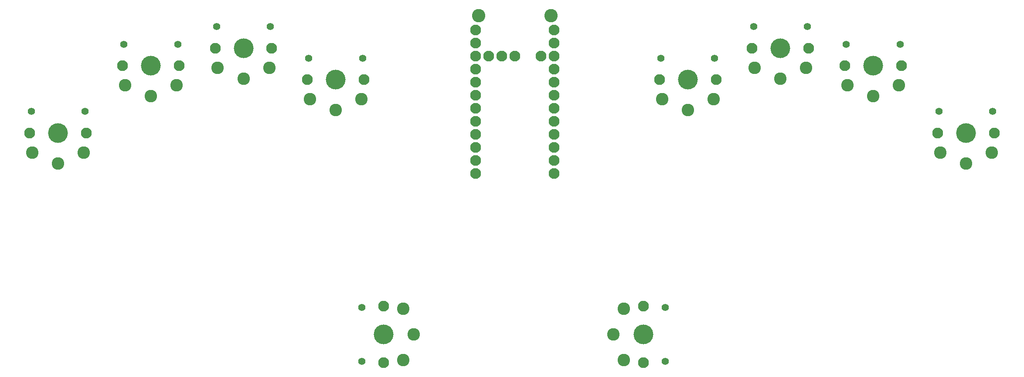
<source format=gts>
G04 #@! TF.GenerationSoftware,KiCad,Pcbnew,5.1.6*
G04 #@! TF.CreationDate,2020-09-08T14:16:16+01:00*
G04 #@! TF.ProjectId,noip,6e6f6970-2e6b-4696-9361-645f70636258,.1*
G04 #@! TF.SameCoordinates,Original*
G04 #@! TF.FileFunction,Soldermask,Top*
G04 #@! TF.FilePolarity,Negative*
%FSLAX46Y46*%
G04 Gerber Fmt 4.6, Leading zero omitted, Abs format (unit mm)*
G04 Created by KiCad (PCBNEW 5.1.6) date 2020-09-08 14:16:16*
%MOMM*%
%LPD*%
G01*
G04 APERTURE LIST*
%ADD10C,2.100000*%
%ADD11C,2.600000*%
%ADD12C,2.101800*%
%ADD13C,1.390600*%
%ADD14C,2.432000*%
%ADD15C,3.829000*%
G04 APERTURE END LIST*
D10*
X157015000Y-45150000D03*
X141800000Y-47690000D03*
D11*
X156405000Y-42325200D03*
X142409600Y-42325200D03*
D10*
X141800000Y-45150000D03*
X144340000Y-50230000D03*
X141800000Y-50230000D03*
X141800000Y-52770000D03*
X141800000Y-55310000D03*
X141800000Y-57850000D03*
X146880000Y-50230000D03*
X149420000Y-50230000D03*
X141800000Y-60390000D03*
X141800000Y-62930000D03*
X141800000Y-65470000D03*
X141800000Y-68010000D03*
X141800000Y-70550000D03*
X141800000Y-73090000D03*
X157015000Y-47690000D03*
X157015000Y-50230000D03*
X157015000Y-55310000D03*
X154475000Y-50230000D03*
X157015000Y-52770000D03*
X157015000Y-57850000D03*
X157015000Y-60390000D03*
X157015000Y-62930000D03*
X157015000Y-68010000D03*
X157015000Y-70550000D03*
X157015000Y-65470000D03*
X157015000Y-73090000D03*
D12*
X123900000Y-98900000D03*
X123900000Y-109900000D03*
D13*
X119700000Y-109620000D03*
D14*
X129800000Y-104400000D03*
X127700000Y-99400000D03*
D15*
X123900000Y-104400000D03*
D14*
X127700000Y-109400000D03*
D13*
X119700000Y-99180000D03*
X178600000Y-109620000D03*
D14*
X170600000Y-99400000D03*
D15*
X174400000Y-104400000D03*
D14*
X170600000Y-109400000D03*
X168500000Y-104400000D03*
D13*
X178600000Y-99180000D03*
D12*
X174400000Y-98900000D03*
X174400000Y-109900000D03*
X231500000Y-65200000D03*
X242500000Y-65200000D03*
D13*
X242220000Y-61000000D03*
D14*
X237000000Y-71100000D03*
X232000000Y-69000000D03*
D15*
X237000000Y-65200000D03*
D14*
X242000000Y-69000000D03*
D13*
X231780000Y-61000000D03*
D12*
X213500000Y-52100000D03*
X224500000Y-52100000D03*
D13*
X224220000Y-47900000D03*
D14*
X219000000Y-58000000D03*
X214000000Y-55900000D03*
D15*
X219000000Y-52100000D03*
D14*
X224000000Y-55900000D03*
D13*
X213780000Y-47900000D03*
D12*
X195500000Y-48700000D03*
X206500000Y-48700000D03*
D13*
X206220000Y-44500000D03*
D14*
X201000000Y-54600000D03*
X196000000Y-52500000D03*
D15*
X201000000Y-48700000D03*
D14*
X206000000Y-52500000D03*
D13*
X195780000Y-44500000D03*
D12*
X177500000Y-54800000D03*
X188500000Y-54800000D03*
D13*
X188220000Y-50600000D03*
D14*
X183000000Y-60700000D03*
X178000000Y-58600000D03*
D15*
X183000000Y-54800000D03*
D14*
X188000000Y-58600000D03*
D13*
X177780000Y-50600000D03*
D12*
X109100000Y-54800000D03*
X120100000Y-54800000D03*
D13*
X119820000Y-50600000D03*
D14*
X114600000Y-60700000D03*
X109600000Y-58600000D03*
D15*
X114600000Y-54800000D03*
D14*
X119600000Y-58600000D03*
D13*
X109380000Y-50600000D03*
D12*
X91200000Y-48700000D03*
X102200000Y-48700000D03*
D13*
X101920000Y-44500000D03*
D14*
X96700000Y-54600000D03*
X91700000Y-52500000D03*
D15*
X96700000Y-48700000D03*
D14*
X101700000Y-52500000D03*
D13*
X91480000Y-44500000D03*
X73480000Y-47900000D03*
D14*
X83700000Y-55900000D03*
D15*
X78700000Y-52100000D03*
D14*
X73700000Y-55900000D03*
X78700000Y-58000000D03*
D13*
X83920000Y-47900000D03*
D12*
X84200000Y-52100000D03*
X73200000Y-52100000D03*
X55200000Y-65200000D03*
X66200000Y-65200000D03*
D13*
X65920000Y-61000000D03*
D14*
X60700000Y-71100000D03*
X55700000Y-69000000D03*
D15*
X60700000Y-65200000D03*
D14*
X65700000Y-69000000D03*
D13*
X55480000Y-61000000D03*
M02*

</source>
